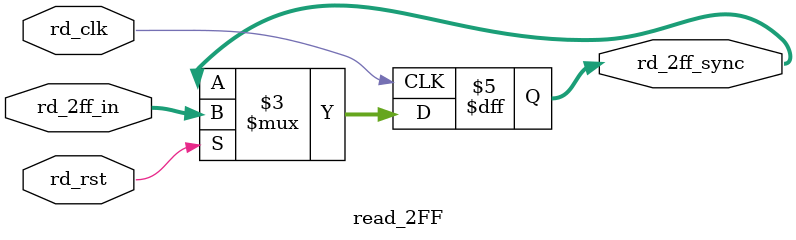
<source format=sv>

module read_2FF #(ADD_WIDTH = 3)
   ( rd_2ff_in, rd_2ff_sync, rd_clk, rd_rst);
	input rd_clk, rd_rst;
	input [ADD_WIDTH:0] rd_2ff_in;
	output reg [ADD_WIDTH:0] rd_2ff_sync;


	//  this is the interna reg which work as 1 bit FF
	reg [ADD_WIDTH:0] rd_2ff;  // reg 

	always @(posedge rd_clk or negedge rd_rst) begin
		if(~rd_rst) begin
            rd_2ff <= 0;
	end else begin
	     {rd_2ff_sync, rd_2ff} <= {rd_2ff_in, rd_2ff};
   end
  end
 
endmodule 
</source>
